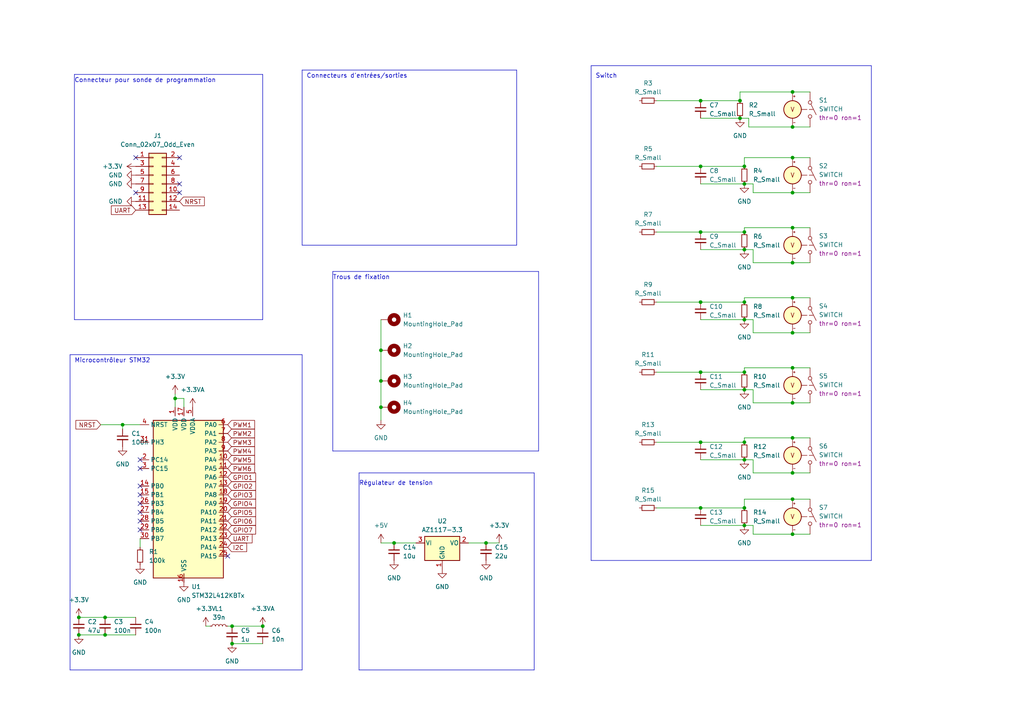
<source format=kicad_sch>
(kicad_sch (version 20230121) (generator eeschema)
  (paper "A4")
  (title_block (title "Projet Corps") (date "2024-03-07") (rev "1.0") (company "ENSEA"))
  (lib_symbols
    (symbol "Connector_Generic:Conn_02x07_Odd_Even" (pin_names (offset 1.016) hide)
      (property "Reference" "J" (at 1.27 10.16 0))
      (property "Value" "Conn_02x07_Odd_Even" (at 1.27 -10.16 0))
      (symbol "Conn_02x07_Odd_Even_1_1"
        (rectangle (start -1.27 -7.493) (end 0 -7.747) (stroke (width 0.1524)))
        (rectangle (start -1.27 -4.953) (end 0 -5.207) (stroke (width 0.1524)))
        (rectangle (start -1.27 -2.413) (end 0 -2.667) (stroke (width 0.1524)))
        (rectangle (start -1.27 0.127) (end 0 -0.127) (stroke (width 0.1524)))
        (rectangle (start -1.27 2.667) (end 0 2.413) (stroke (width 0.1524)))
        (rectangle (start -1.27 5.207) (end 0 4.953) (stroke (width 0.1524)))
        (rectangle (start -1.27 7.747) (end 0 7.493) (stroke (width 0.1524)))
        (rectangle (start -1.27 8.89) (end 3.81 -8.89) (stroke (width 0.254)) (fill (type background)))
        (rectangle (start 3.81 -7.493) (end 2.54 -7.747) (stroke (width 0.1524)))
        (rectangle (start 3.81 -4.953) (end 2.54 -5.207) (stroke (width 0.1524)))
        (rectangle (start 3.81 -2.413) (end 2.54 -2.667) (stroke (width 0.1524)))
        (rectangle (start 3.81 0.127) (end 2.54 -0.127) (stroke (width 0.1524)))
        (rectangle (start 3.81 2.667) (end 2.54 2.413) (stroke (width 0.1524)))
        (rectangle (start 3.81 5.207) (end 2.54 4.953) (stroke (width 0.1524)))
        (rectangle (start 3.81 7.747) (end 2.54 7.493) (stroke (width 0.1524)))
        (pin passive line (at -5.08 7.62 0) (length 3.81) (name "Pin_1") (number "1"))
        (pin passive line (at 7.62 -2.54 180) (length 3.81) (name "Pin_10") (number "10"))
        (pin passive line (at -5.08 -5.08 0) (length 3.81) (name "Pin_11") (number "11"))
        (pin passive line (at 7.62 -5.08 180) (length 3.81) (name "Pin_12") (number "12"))
        (pin passive line (at -5.08 -7.62 0) (length 3.81) (name "Pin_13") (number "13"))
        (pin passive line (at 7.62 -7.62 180) (length 3.81) (name "Pin_14") (number "14"))
        (pin passive line (at 7.62 7.62 180) (length 3.81) (name "Pin_2") (number "2"))
        (pin passive line (at -5.08 5.08 0) (length 3.81) (name "Pin_3") (number "3"))
        (pin passive line (at 7.62 5.08 180) (length 3.81) (name "Pin_4") (number "4"))
        (pin passive line (at -5.08 2.54 0) (length 3.81) (name "Pin_5") (number "5"))
        (pin passive line (at 7.62 2.54 180) (length 3.81) (name "Pin_6") (number "6"))
        (pin passive line (at -5.08 0 0) (length 3.81) (name "Pin_7") (number "7"))
        (pin passive line (at 7.62 0 180) (length 3.81) (name "Pin_8") (number "8"))
        (pin passive line (at -5.08 -2.54 0) (length 3.81) (name "Pin_9") (number "9"))
      )
    )
    (symbol "Device:C_Small" (pin_numbers hide) (pin_names (offset 0.254) hide)
      (property "Reference" "C" (at 0.254 1.778 0))
      (property "Value" "C_Small" (at 0.254 -2.032 0))
      (symbol "C_Small_0_1"
        (polyline (pts (xy -1.524 -0.508) (xy 1.524 -0.508)) (stroke (width 0.3302)))
        (polyline (pts (xy -1.524 0.508) (xy 1.524 0.508)) (stroke (width 0.3048)))
      )
      (symbol "C_Small_1_1"
        (pin passive line (at 0 2.54 270) (length 2.032) (name "~") (number "1"))
        (pin passive line (at 0 -2.54 90) (length 2.032) (name "~") (number "2"))
      )
    )
    (symbol "Device:L_Small" (pin_numbers hide) (pin_names (offset 0.254) hide)
      (property "Reference" "L" (at 0.762 1.016 0))
      (property "Value" "L_Small" (at 0.762 -1.016 0))
      (symbol "L_Small_0_1"
        (arc (start 0 -2.032) (mid 0.5058 -1.524) (end 0 -1.016))
        (arc (start 0 -1.016) (mid 0.5058 -0.508) (end 0 0))
        (arc (start 0 0) (mid 0.5058 0.508) (end 0 1.016))
        (arc (start 0 1.016) (mid 0.5058 1.524) (end 0 2.032))
      )
      (symbol "L_Small_1_1"
        (pin passive line (at 0 2.54 270) (length 0.508) (name "~") (number "1"))
        (pin passive line (at 0 -2.54 90) (length 0.508) (name "~") (number "2"))
      )
    )
    (symbol "Device:R_Small" (pin_numbers hide) (pin_names (offset 0.254) hide)
      (property "Reference" "R" (at 0.762 0.508 0))
      (property "Value" "R_Small" (at 0.762 -1.016 0))
      (symbol "R_Small_0_1"
        (rectangle (start -0.762 1.778) (end 0.762 -1.778) (stroke (width 0.2032)))
      )
      (symbol "R_Small_1_1"
        (pin passive line (at 0 2.54 270) (length 0.762) (name "~") (number "1"))
        (pin passive line (at 0 -2.54 90) (length 0.762) (name "~") (number "2"))
      )
    )
    (symbol "MCU_ST_STM32L4:STM32L412KBTx"
      (property "Reference" "U" (at -10.16 24.13 0))
      (property "Value" "STM32L412KBTx" (at 5.08 24.13 0))
      (symbol "STM32L412KBTx_0_1"
        (rectangle (start -8.89 21.59) (end 11.43 -24.13) (stroke (width 0.254)) (fill (type background)))
      )
      (symbol "STM32L412KBTx_1_1"
        (pin power_in line (at -2.54 25.4 270) (length 2.54) (name "VDD") (number "1"))
        (pin bidirectional line (at 12.7 10.16 180) (length 2.54) (name "PA4") (number "10"))
        (pin bidirectional line (at 12.7 7.62 180) (length 2.54) (name "PA5") (number "11"))
        (pin bidirectional line (at 12.7 5.08 180) (length 2.54) (name "PA6") (number "12"))
        (pin bidirectional line (at 12.7 2.54 180) (length 2.54) (name "PA7") (number "13"))
        (pin bidirectional line (at -12.7 2.54 0) (length 2.54) (name "PB0") (number "14"))
        (pin bidirectional line (at -12.7 0 0) (length 2.54) (name "PB1") (number "15"))
        (pin power_in line (at 0 -25.4 90) (length 2.54) (name "VSS") (number "16"))
        (pin power_in line (at 0 25.4 270) (length 2.54) (name "VDD") (number "17"))
        (pin bidirectional line (at 12.7 0 180) (length 2.54) (name "PA8") (number "18"))
        (pin bidirectional line (at 12.7 -2.54 180) (length 2.54) (name "PA9") (number "19"))
        (pin bidirectional line (at -12.7 10.16 0) (length 2.54) (name "PC14") (number "2"))
        (pin bidirectional line (at 12.7 -5.08 180) (length 2.54) (name "PA10") (number "20"))
        (pin bidirectional line (at 12.7 -7.62 180) (length 2.54) (name "PA11") (number "21"))
        (pin bidirectional line (at 12.7 -10.16 180) (length 2.54) (name "PA12") (number "22"))
        (pin bidirectional line (at 12.7 -12.7 180) (length 2.54) (name "PA13") (number "23"))
        (pin bidirectional line (at 12.7 -15.24 180) (length 2.54) (name "PA14") (number "24"))
        (pin bidirectional line (at 12.7 -17.78 180) (length 2.54) (name "PA15") (number "25"))
        (pin bidirectional line (at -12.7 -2.54 0) (length 2.54) (name "PB3") (number "26"))
        (pin bidirectional line (at -12.7 -5.08 0) (length 2.54) (name "PB4") (number "27"))
        (pin bidirectional line (at -12.7 -7.62 0) (length 2.54) (name "PB5") (number "28"))
        (pin bidirectional line (at -12.7 -10.16 0) (length 2.54) (name "PB6") (number "29"))
        (pin bidirectional line (at -12.7 7.62 0) (length 2.54) (name "PC15") (number "3"))
        (pin bidirectional line (at -12.7 -12.7 0) (length 2.54) (name "PB7") (number "30"))
        (pin bidirectional line (at -12.7 15.24 0) (length 2.54) (name "PH3") (number "31"))
        (pin passive line (at 0 -25.4 90) (length 2.54) hide (name "VSS") (number "32"))
        (pin input line (at -12.7 20.32 0) (length 2.54) (name "NRST") (number "4"))
        (pin power_in line (at 2.54 25.4 270) (length 2.54) (name "VDDA") (number "5"))
        (pin bidirectional line (at 12.7 20.32 180) (length 2.54) (name "PA0") (number "6"))
        (pin bidirectional line (at 12.7 17.78 180) (length 2.54) (name "PA1") (number "7"))
        (pin bidirectional line (at 12.7 15.24 180) (length 2.54) (name "PA2") (number "8"))
        (pin bidirectional line (at 12.7 12.7 180) (length 2.54) (name "PA3") (number "9"))
      )
    )
    (symbol "Mechanical:MountingHole_Pad" (pin_numbers hide) (pin_names (offset 1.016) hide)
      (property "Reference" "H" (at 0 6.35 0))
      (property "Value" "MountingHole_Pad" (at 0 4.445 0))
      (symbol "MountingHole_Pad_0_1"
        (circle (center 0 1.27) (radius 1.27) (stroke (width 1.27)))
      )
      (symbol "MountingHole_Pad_1_1"
        (pin input line (at 0 -2.54 90) (length 2.54) (name "1") (number "1"))
      )
    )
    (symbol "Regulator_Linear:AZ1117-3.3" (pin_names (offset 0.254))
      (property "Reference" "U" (at -3.81 3.175 0))
      (property "Value" "AZ1117-3.3" (at 0 3.175 0))
      (symbol "AZ1117-3.3_0_1"
        (rectangle (start -5.08 1.905) (end 5.08 -5.08) (stroke (width 0.254)) (fill (type background)))
      )
      (symbol "AZ1117-3.3_1_1"
        (pin power_in line (at 0 -7.62 90) (length 2.54) (name "GND") (number "1"))
        (pin power_out line (at 7.62 0 180) (length 2.54) (name "VO") (number "2"))
        (pin power_in line (at -7.62 0 0) (length 2.54) (name "VI") (number "3"))
      )
    )
    (symbol "Simulation_SPICE:SWITCH" (pin_numbers hide) (pin_names (offset 1.016) hide)
      (property "Reference" "S" (at 2.54 2.54 0))
      (property "Value" "SWITCH" (at 2.54 0 0))
      (property "Sim.Params" "thr=0 ron=1" (at 2.54 -2.54 0))
      (symbol "SWITCH_0_1"
        (circle (center 0 -2.032) (radius 0.508))
        (polyline (pts (xy 0.254 1.524) (xy 1.778 -1.524)))
        (circle (center 0 2.032) (radius 0.508))
      )
      (symbol "SWITCH_1_1"
        (circle (center -5.08 0) (radius 2.54) (stroke (width 0.254)) (fill (type background)))
        (polyline (pts (xy -4.826 -3.81) (xy -4.318 -3.81)))
        (polyline (pts (xy -4.826 3.81) (xy -4.318 3.81)))
        (polyline (pts (xy -4.572 4.064) (xy -4.572 3.556)))
        (polyline (pts (xy -2.54 0) (xy 0.889 0)) (stroke (width 0) (type dash)))
        (text "V" (at -5.08 0 0) (effects (font (size 1.27 1.27))))
        (pin passive line (at 0 5.08 270) (length 2.54) (name "N+") (number "1"))
        (pin passive line (at 0 -5.08 90) (length 2.54) (name "N-") (number "2"))
        (pin input line (at -5.08 5.08 270) (length 2.54) (name "C+") (number "3"))
        (pin input line (at -5.08 -5.08 90) (length 2.54) (name "C-") (number "4"))
      )
    )
    (symbol "power:+3.3V" (power) (pin_names (offset 0))
      (property "Value" "+3.3V" (at 0 3.556 0))
      (symbol "+3.3V_0_1"
        (polyline (pts (xy -0.762 1.27) (xy 0 2.54)))
        (polyline (pts (xy 0 0) (xy 0 2.54)))
        (polyline (pts (xy 0 2.54) (xy 0.762 1.27)))
      )
      (symbol "+3.3V_1_1"
        (pin power_in line (at 0 0 90) (length 0) hide (name "+3.3V") (number "1"))
      )
    )
    (symbol "power:+3.3VA" (power) (pin_names (offset 0))
      (property "Value" "+3.3VA" (at 0 3.556 0))
      (symbol "+3.3VA_0_1"
        (polyline (pts (xy -0.762 1.27) (xy 0 2.54)))
        (polyline (pts (xy 0 0) (xy 0 2.54)))
        (polyline (pts (xy 0 2.54) (xy 0.762 1.27)))
      )
      (symbol "+3.3VA_1_1"
        (pin power_in line (at 0 0 90) (length 0) hide (name "+3.3VA") (number "1"))
      )
    )
    (symbol "power:+5V" (power) (pin_names (offset 0))
      (property "Value" "+5V" (at 0 3.556 0))
      (symbol "+5V_0_1"
        (polyline (pts (xy -0.762 1.27) (xy 0 2.54)))
        (polyline (pts (xy 0 0) (xy 0 2.54)))
        (polyline (pts (xy 0 2.54) (xy 0.762 1.27)))
      )
      (symbol "+5V_1_1"
        (pin power_in line (at 0 0 90) (length 0) hide (name "+5V") (number "1"))
      )
    )
    (symbol "power:GND" (power) (pin_names (offset 0))
      (property "Value" "GND" (at 0 -3.81 0))
      (symbol "GND_0_1"
        (polyline (pts (xy 0 0) (xy 0 -1.27) (xy 1.27 -1.27) (xy 0 -2.54) (xy -1.27 -1.27) (xy 0 -1.27)))
      )
      (symbol "GND_1_1"
        (pin power_in line (at 0 0 270) (length 0) hide (name "GND") (number "1"))
      )
    )
  )
  (junction (at 215.9 152.4))
  (junction (at 203.2 107.95))
  (junction (at 215.9 107.95))
  (junction (at 114.3 157.48))
  (junction (at 229.87 26.67))
  (junction (at 229.87 66.04))
  (junction (at 215.9 128.27))
  (junction (at 203.2 48.26))
  (junction (at 215.9 67.31))
  (junction (at 215.9 72.39))
  (junction (at 110.49 110.49))
  (junction (at 67.31 181.61))
  (junction (at 229.87 127))
  (junction (at 203.2 128.27))
  (junction (at 22.86 179.07))
  (junction (at 215.9 92.71))
  (junction (at 215.9 133.35))
  (junction (at 203.2 147.32))
  (junction (at 215.9 48.26))
  (junction (at 67.31 186.69))
  (junction (at 229.87 96.52))
  (junction (at 214.63 29.21))
  (junction (at 76.2 181.61))
  (junction (at 214.63 34.29))
  (junction (at 229.87 106.68))
  (junction (at 229.87 45.72))
  (junction (at 215.9 53.34))
  (junction (at 229.87 55.88))
  (junction (at 229.87 36.83))
  (junction (at 140.97 157.48))
  (junction (at 229.87 76.2))
  (junction (at 30.48 179.07))
  (junction (at 35.56 123.19))
  (junction (at 110.49 101.6))
  (junction (at 215.9 113.03))
  (junction (at 50.8 115.57))
  (junction (at 229.87 154.94))
  (junction (at 22.86 184.15))
  (junction (at 203.2 29.21))
  (junction (at 215.9 87.63))
  (junction (at 203.2 67.31))
  (junction (at 30.48 184.15))
  (junction (at 229.87 116.84))
  (junction (at 215.9 147.32))
  (junction (at 229.87 137.16))
  (junction (at 229.87 86.36))
  (junction (at 229.87 144.78))
  (junction (at 110.49 118.11))
  (junction (at 203.2 87.63))
  (no_connect (at 40.64 151.13))
  (no_connect (at 40.64 153.67))
  (no_connect (at 40.64 135.89))
  (no_connect (at 40.64 133.35))
  (no_connect (at 39.37 55.88))
  (no_connect (at 52.07 45.72))
  (no_connect (at 52.07 53.34))
  (no_connect (at 52.07 55.88))
  (no_connect (at 40.64 143.51))
  (no_connect (at 40.64 146.05))
  (no_connect (at 66.04 161.29))
  (no_connect (at 40.64 148.59))
  (no_connect (at 40.64 140.97))
  (no_connect (at 39.37 45.72))
  (wire (pts (xy 215.9 86.36) (xy 215.9 87.63)))
  (wire (pts (xy 229.87 116.84) (xy 218.44 116.84)))
  (polyline (pts (xy 171.45 162.56) (xy 171.45 19.05)))
  (wire (pts (xy 229.87 45.72) (xy 234.95 45.72)))
  (wire (pts (xy 140.97 157.48) (xy 144.78 157.48)))
  (wire (pts (xy 229.87 26.67) (xy 214.63 26.67)))
  (wire (pts (xy 229.87 137.16) (xy 234.95 137.16)))
  (polyline (pts (xy 87.63 71.12) (xy 149.86 71.12)))
  (wire (pts (xy 215.9 106.68) (xy 215.9 107.95)))
  (wire (pts (xy 203.2 147.32) (xy 215.9 147.32)))
  (wire (pts (xy 53.34 115.57) (xy 53.34 118.11)))
  (polyline (pts (xy 171.45 19.05) (xy 252.73 19.05)))
  (wire (pts (xy 110.49 118.11) (xy 110.49 121.92)))
  (wire (pts (xy 229.87 144.78) (xy 215.9 144.78)))
  (wire (pts (xy 229.87 154.94) (xy 218.44 154.94)))
  (wire (pts (xy 217.17 36.83) (xy 217.17 34.29)))
  (polyline (pts (xy 149.86 20.32) (xy 87.63 20.32)))
  (wire (pts (xy 229.87 106.68) (xy 234.95 106.68)))
  (polyline (pts (xy 149.86 71.12) (xy 149.86 20.32)))
  (wire (pts (xy 30.48 184.15) (xy 39.37 184.15)))
  (polyline (pts (xy 154.94 194.31) (xy 154.94 137.16)))
  (wire (pts (xy 190.5 87.63) (xy 203.2 87.63)))
  (wire (pts (xy 218.44 55.88) (xy 218.44 53.34)))
  (wire (pts (xy 190.5 147.32) (xy 203.2 147.32)))
  (polyline (pts (xy 104.14 194.31) (xy 154.94 194.31)))
  (wire (pts (xy 40.64 156.21) (xy 40.64 158.75)))
  (wire (pts (xy 218.44 53.34) (xy 215.9 53.34)))
  (wire (pts (xy 229.87 76.2) (xy 234.95 76.2)))
  (wire (pts (xy 203.2 72.39) (xy 215.9 72.39)))
  (wire (pts (xy 22.86 184.15) (xy 30.48 184.15)))
  (wire (pts (xy 229.87 55.88) (xy 218.44 55.88)))
  (polyline (pts (xy 76.2 92.71) (xy 21.59 92.71)))
  (wire (pts (xy 229.87 127) (xy 215.9 127)))
  (wire (pts (xy 110.49 92.71) (xy 110.49 101.6)))
  (wire (pts (xy 218.44 92.71) (xy 215.9 92.71)))
  (wire (pts (xy 190.5 48.26) (xy 203.2 48.26)))
  (wire (pts (xy 35.56 123.19) (xy 35.56 124.46)))
  (wire (pts (xy 229.87 116.84) (xy 234.95 116.84)))
  (wire (pts (xy 229.87 45.72) (xy 215.9 45.72)))
  (polyline (pts (xy 154.94 137.16) (xy 104.14 137.16)))
  (wire (pts (xy 217.17 34.29) (xy 214.63 34.29)))
  (wire (pts (xy 229.87 96.52) (xy 218.44 96.52)))
  (wire (pts (xy 215.9 66.04) (xy 215.9 67.31)))
  (wire (pts (xy 218.44 152.4) (xy 215.9 152.4)))
  (wire (pts (xy 67.31 181.61) (xy 76.2 181.61)))
  (wire (pts (xy 203.2 67.31) (xy 215.9 67.31)))
  (wire (pts (xy 218.44 113.03) (xy 215.9 113.03)))
  (wire (pts (xy 229.87 137.16) (xy 218.44 137.16)))
  (wire (pts (xy 203.2 53.34) (xy 215.9 53.34)))
  (polyline (pts (xy 20.32 102.87) (xy 20.32 194.31)))
  (wire (pts (xy 229.87 76.2) (xy 218.44 76.2)))
  (wire (pts (xy 229.87 127) (xy 234.95 127)))
  (wire (pts (xy 229.87 66.04) (xy 234.95 66.04)))
  (wire (pts (xy 190.5 107.95) (xy 203.2 107.95)))
  (wire (pts (xy 110.49 157.48) (xy 114.3 157.48)))
  (wire (pts (xy 229.87 106.68) (xy 215.9 106.68)))
  (wire (pts (xy 190.5 128.27) (xy 203.2 128.27)))
  (polyline (pts (xy 20.32 194.31) (xy 87.63 194.31)))
  (polyline (pts (xy 21.59 21.59) (xy 76.2 21.59)))
  (wire (pts (xy 22.86 179.07) (xy 30.48 179.07)))
  (polyline (pts (xy 87.63 194.31) (xy 87.63 102.87)))
  (wire (pts (xy 50.8 115.57) (xy 53.34 115.57)))
  (polyline (pts (xy 96.52 78.74) (xy 156.21 78.74)))
  (polyline (pts (xy 21.59 21.59) (xy 21.59 92.71)))
  (wire (pts (xy 50.8 114.3) (xy 50.8 115.57)))
  (wire (pts (xy 59.69 181.61) (xy 60.96 181.61)))
  (wire (pts (xy 203.2 48.26) (xy 215.9 48.26)))
  (polyline (pts (xy 96.52 78.74) (xy 96.52 130.81)))
  (wire (pts (xy 229.87 36.83) (xy 217.17 36.83)))
  (wire (pts (xy 110.49 110.49) (xy 110.49 118.11)))
  (wire (pts (xy 203.2 92.71) (xy 215.9 92.71)))
  (wire (pts (xy 229.87 86.36) (xy 215.9 86.36)))
  (wire (pts (xy 203.2 107.95) (xy 215.9 107.95)))
  (wire (pts (xy 203.2 152.4) (xy 215.9 152.4)))
  (wire (pts (xy 66.04 181.61) (xy 67.31 181.61)))
  (polyline (pts (xy 252.73 162.56) (xy 171.45 162.56)))
  (wire (pts (xy 203.2 113.03) (xy 215.9 113.03)))
  (wire (pts (xy 229.87 55.88) (xy 234.95 55.88)))
  (wire (pts (xy 203.2 34.29) (xy 214.63 34.29)))
  (wire (pts (xy 229.87 86.36) (xy 234.95 86.36)))
  (wire (pts (xy 190.5 67.31) (xy 203.2 67.31)))
  (wire (pts (xy 67.31 186.69) (xy 76.2 186.69)))
  (wire (pts (xy 218.44 72.39) (xy 215.9 72.39)))
  (wire (pts (xy 110.49 101.6) (xy 110.49 110.49)))
  (wire (pts (xy 215.9 45.72) (xy 215.9 48.26)))
  (polyline (pts (xy 156.21 130.81) (xy 156.21 78.74)))
  (wire (pts (xy 229.87 144.78) (xy 234.95 144.78)))
  (wire (pts (xy 203.2 29.21) (xy 214.63 29.21)))
  (wire (pts (xy 29.21 123.19) (xy 35.56 123.19)))
  (polyline (pts (xy 104.14 137.16) (xy 104.14 194.31)))
  (wire (pts (xy 218.44 96.52) (xy 218.44 92.71)))
  (wire (pts (xy 214.63 26.67) (xy 214.63 29.21)))
  (wire (pts (xy 114.3 157.48) (xy 120.65 157.48)))
  (wire (pts (xy 218.44 133.35) (xy 215.9 133.35)))
  (wire (pts (xy 218.44 154.94) (xy 218.44 152.4)))
  (polyline (pts (xy 96.52 130.81) (xy 156.21 130.81)))
  (wire (pts (xy 229.87 26.67) (xy 234.95 26.67)))
  (wire (pts (xy 218.44 137.16) (xy 218.44 133.35)))
  (wire (pts (xy 203.2 133.35) (xy 215.9 133.35)))
  (polyline (pts (xy 87.63 20.32) (xy 87.63 71.12)))
  (wire (pts (xy 215.9 127) (xy 215.9 128.27)))
  (wire (pts (xy 35.56 123.19) (xy 40.64 123.19)))
  (wire (pts (xy 218.44 116.84) (xy 218.44 113.03)))
  (wire (pts (xy 30.48 179.07) (xy 39.37 179.07)))
  (wire (pts (xy 215.9 144.78) (xy 215.9 147.32)))
  (wire (pts (xy 135.89 157.48) (xy 140.97 157.48)))
  (wire (pts (xy 229.87 154.94) (xy 234.95 154.94)))
  (wire (pts (xy 229.87 36.83) (xy 234.95 36.83)))
  (wire (pts (xy 203.2 87.63) (xy 215.9 87.63)))
  (polyline (pts (xy 76.2 21.59) (xy 76.2 92.71)))
  (wire (pts (xy 229.87 96.52) (xy 234.95 96.52)))
  (wire (pts (xy 218.44 76.2) (xy 218.44 72.39)))
  (wire (pts (xy 229.87 66.04) (xy 215.9 66.04)))
  (polyline (pts (xy 252.73 19.05) (xy 252.73 162.56)))
  (polyline (pts (xy 20.32 102.87) (xy 87.63 102.87)))
  (wire (pts (xy 50.8 115.57) (xy 50.8 118.11)))
  (wire (pts (xy 203.2 128.27) (xy 215.9 128.27)))
  (wire (pts (xy 190.5 29.21) (xy 203.2 29.21)))
  (text "Microcontrôleur STM32" (at 21.59 105.41 0) (effects (font (size 1.27 1.27)) (justify left bottom)))
  (text "Connecteur pour sonde de programmation\n" (at 21.59 24.13 0) (effects (font (size 1.27 1.27)) (justify left bottom)))
  (text "Switch\n" (at 172.72 22.86 0) (effects (font (size 1.27 1.27)) (justify left bottom)))
  (text "Connecteurs d'entrées/sorties" (at 88.9 22.86 0) (effects (font (size 1.27 1.27)) (justify left bottom)))
  (text "Trous de fixation" (at 96.52 81.28 0) (effects (font (size 1.27 1.27)) (justify left bottom)))
  (text "Régulateur de tension\n" (at 104.14 140.97 0) (effects (font (size 1.27 1.27)) (justify left bottom)))
  (global_label "GPIO3" (shape input) (at 66.04 143.51 0) (property "Intersheetrefs" "${INTERSHEET_REFS}" (effects hide)))
  (global_label "UART" (shape input) (at 39.37 60.96 180) (property "Intersheetrefs" "${INTERSHEET_REFS}" (effects hide)))
  (global_label "UART" (shape input) (at 66.04 156.21 0) (property "Intersheetrefs" "${INTERSHEET_REFS}" (effects hide)))
  (global_label "PWM4" (shape input) (at 66.04 130.81 0) (property "Intersheetrefs" "${INTERSHEET_REFS}" (effects hide)))
  (global_label "PWM1" (shape input) (at 66.04 123.19 0) (property "Intersheetrefs" "${INTERSHEET_REFS}" (effects hide)))
  (global_label "GPIO5" (shape input) (at 66.04 148.59 0) (property "Intersheetrefs" "${INTERSHEET_REFS}" (effects hide)))
  (global_label "PWM2" (shape input) (at 66.04 125.73 0) (property "Intersheetrefs" "${INTERSHEET_REFS}" (effects hide)))
  (global_label "I2C" (shape input) (at 66.04 158.75 0) (property "Intersheetrefs" "${INTERSHEET_REFS}" (effects hide)))
  (global_label "GPIO7" (shape input) (at 66.04 153.67 0) (property "Intersheetrefs" "${INTERSHEET_REFS}" (effects hide)))
  (global_label "GPIO2" (shape input) (at 66.04 140.97 0) (property "Intersheetrefs" "${INTERSHEET_REFS}" (effects hide)))
  (global_label "NRST" (shape input) (at 29.21 123.19 180) (property "Intersheetrefs" "${INTERSHEET_REFS}" (effects hide)))
  (global_label "GPIO1" (shape input) (at 66.04 138.43 0) (property "Intersheetrefs" "${INTERSHEET_REFS}" (effects hide)))
  (global_label "GPIO4" (shape input) (at 66.04 146.05 0) (property "Intersheetrefs" "${INTERSHEET_REFS}" (effects hide)))
  (global_label "PWM3" (shape input) (at 66.04 128.27 0) (property "Intersheetrefs" "${INTERSHEET_REFS}" (effects hide)))
  (global_label "NRST" (shape input) (at 52.07 58.42 0) (property "Intersheetrefs" "${INTERSHEET_REFS}" (effects hide)))
  (global_label "PWM5" (shape input) (at 66.04 133.35 0) (property "Intersheetrefs" "${INTERSHEET_REFS}" (effects hide)))
  (global_label "GPIO6" (shape input) (at 66.04 151.13 0) (property "Intersheetrefs" "${INTERSHEET_REFS}" (effects hide)))
  (global_label "PWM6" (shape input) (at 66.04 135.89 0) (property "Intersheetrefs" "${INTERSHEET_REFS}" (effects hide)))
  (symbol (lib_id "Device:C_Small") (at 76.2 184.15 0) (unit 1)
    (property "Reference" "C6" (at 78.74 182.8863 0) (effects (justify left)))
    (property "Value" "10n" (at 78.74 185.4263 0) (effects (justify left)))
  )
  (symbol (lib_id "Device:R_Small") (at 187.96 87.63 270) (unit 1)
    (property "Reference" "R9" (at 187.96 82.55 90))
    (property "Value" "R_Small" (at 187.96 85.09 90))
  )
  (symbol (lib_id "power:GND") (at 214.63 34.29 0) (unit 1)
    (property "Reference" "#PWR012" (effects hide))
    (property "Value" "GND" (at 214.63 39.37 0))
  )
  (symbol (lib_id "Device:C_Small") (at 140.97 160.02 0) (unit 1)
    (property "Reference" "C15" (at 143.51 158.7563 0) (effects (justify left)))
    (property "Value" "22u" (at 143.51 161.2963 0) (effects (justify left)))
  )
  (symbol (lib_id "power:GND") (at 215.9 152.4 0) (unit 1)
    (property "Reference" "#PWR018" (effects hide))
    (property "Value" "GND" (at 215.9 157.48 0))
  )
  (symbol (lib_id "Device:R_Small") (at 214.63 31.75 0) (unit 1)
    (property "Reference" "R2" (at 217.17 30.48 0) (effects (justify left)))
    (property "Value" "R_Small" (at 217.17 33.02 0) (effects (justify left)))
  )
  (symbol (lib_id "power:+3.3VA") (at 55.88 118.11 0) (unit 1)
    (property "Reference" "#PWR03" (effects hide))
    (property "Value" "+3.3VA" (at 55.88 113.03 0))
  )
  (symbol (lib_id "Device:C_Small") (at 203.2 130.81 0) (unit 1)
    (property "Reference" "C12" (at 205.74 129.5463 0) (effects (justify left)))
    (property "Value" "C_Small" (at 205.74 132.0863 0) (effects (justify left)))
  )
  (symbol (lib_id "Mechanical:MountingHole_Pad") (at 113.03 92.71 270) (unit 1)
    (property "Reference" "H1" (at 116.84 91.44 90) (effects (justify left)))
    (property "Value" "MountingHole_Pad" (at 116.84 93.98 90) (effects (justify left)))
  )
  (symbol (lib_id "Device:C_Small") (at 67.31 184.15 0) (unit 1)
    (property "Reference" "C5" (at 69.85 182.8863 0) (effects (justify left)))
    (property "Value" "1u" (at 69.85 185.4263 0) (effects (justify left)))
  )
  (symbol (lib_id "Simulation_SPICE:SWITCH") (at 234.95 132.08 0) (unit 1)
    (property "Reference" "S6" (at 237.49 129.413 0) (effects (justify left)))
    (property "Value" "SWITCH" (at 237.49 131.953 0) (effects (justify left)))
    (property "Datasheet" "https://ngspice.sourceforge.io/docs/ngspice-html-manual/manual.xhtml#subsec_Switches" (effects hide))
    (property "Sim.Device" "SW" (effects hide))
    (property "Sim.Type" "V" (effects hide))
    (property "Sim.Params" "thr=0 ron=1" (at 237.49 134.493 0) (effects (justify left)))
    (property "Sim.Pins" "1=no+ 2=no- 3=ctrl+ 4=ctrl-" (effects hide))
  )
  (symbol (lib_id "Device:R_Small") (at 215.9 149.86 0) (unit 1)
    (property "Reference" "R14" (at 218.44 148.59 0) (effects (justify left)))
    (property "Value" "R_Small" (at 218.44 151.13 0) (effects (justify left)))
  )
  (symbol (lib_id "Device:R_Small") (at 215.9 130.81 0) (unit 1)
    (property "Reference" "R12" (at 218.44 129.54 0) (effects (justify left)))
    (property "Value" "R_Small" (at 218.44 132.08 0) (effects (justify left)))
  )
  (symbol (lib_id "Connector_Generic:Conn_02x07_Odd_Even") (at 44.45 53.34 0) (unit 1)
    (property "Reference" "J1" (at 45.72 39.37 0))
    (property "Value" "Conn_02x07_Odd_Even" (at 45.72 41.91 0))
  )
  (symbol (lib_id "power:GND") (at 39.37 58.42 270) (unit 1)
    (property "Reference" "#PWR021" (effects hide))
    (property "Value" "GND" (at 35.56 58.42 90) (effects (justify right)))
  )
  (symbol (lib_id "power:+3.3V") (at 59.69 181.61 0) (unit 1)
    (property "Reference" "#PWR06" (effects hide))
    (property "Value" "+3.3V" (at 59.69 176.53 0))
  )
  (symbol (lib_id "power:+3.3VA") (at 76.2 181.61 0) (unit 1)
    (property "Reference" "#PWR07" (effects hide))
    (property "Value" "+3.3VA" (at 76.2 176.53 0))
  )
  (symbol (lib_id "Device:L_Small") (at 63.5 181.61 90) (unit 1)
    (property "Reference" "L1" (at 63.5 176.53 90))
    (property "Value" "39n" (at 63.5 179.07 90))
  )
  (symbol (lib_id "Simulation_SPICE:SWITCH") (at 234.95 71.12 0) (unit 1)
    (property "Reference" "S3" (at 237.49 68.453 0) (effects (justify left)))
    (property "Value" "SWITCH" (at 237.49 70.993 0) (effects (justify left)))
    (property "Datasheet" "https://ngspice.sourceforge.io/docs/ngspice-html-manual/manual.xhtml#subsec_Switches" (effects hide))
    (property "Sim.Device" "SW" (effects hide))
    (property "Sim.Type" "V" (effects hide))
    (property "Sim.Params" "thr=0 ron=1" (at 237.49 73.533 0) (effects (justify left)))
    (property "Sim.Pins" "1=no+ 2=no- 3=ctrl+ 4=ctrl-" (effects hide))
  )
  (symbol (lib_id "power:+5V") (at 110.49 157.48 0) (unit 1)
    (property "Reference" "#PWR026" (effects hide))
    (property "Value" "+5V" (at 110.49 152.4 0))
  )
  (symbol (lib_id "power:GND") (at 114.3 162.56 0) (unit 1)
    (property "Reference" "#PWR025" (effects hide))
    (property "Value" "GND" (at 114.3 167.64 0))
  )
  (symbol (lib_id "power:GND") (at 53.34 168.91 0) (unit 1)
    (property "Reference" "#PWR01" (effects hide))
    (property "Value" "GND" (at 53.34 173.99 0))
  )
  (symbol (lib_id "Device:C_Small") (at 30.48 181.61 0) (unit 1)
    (property "Reference" "C3" (at 33.02 180.3463 0) (effects (justify left)))
    (property "Value" "100n" (at 33.02 182.8863 0) (effects (justify left)))
  )
  (symbol (lib_id "Device:C_Small") (at 203.2 50.8 0) (unit 1)
    (property "Reference" "C8" (at 205.74 49.5363 0) (effects (justify left)))
    (property "Value" "C_Small" (at 205.74 52.0763 0) (effects (justify left)))
  )
  (symbol (lib_id "power:GND") (at 67.31 186.69 0) (unit 1)
    (property "Reference" "#PWR08" (effects hide))
    (property "Value" "GND" (at 67.31 191.77 0))
  )
  (symbol (lib_id "Device:R_Small") (at 187.96 147.32 270) (unit 1)
    (property "Reference" "R15" (at 187.96 142.24 90))
    (property "Value" "R_Small" (at 187.96 144.78 90))
  )
  (symbol (lib_id "power:GND") (at 215.9 53.34 0) (unit 1)
    (property "Reference" "#PWR013" (effects hide))
    (property "Value" "GND" (at 215.9 58.42 0))
  )
  (symbol (lib_id "Device:C_Small") (at 203.2 69.85 0) (unit 1)
    (property "Reference" "C9" (at 205.74 68.5863 0) (effects (justify left)))
    (property "Value" "C_Small" (at 205.74 71.1263 0) (effects (justify left)))
  )
  (symbol (lib_id "Device:R_Small") (at 187.96 128.27 270) (unit 1)
    (property "Reference" "R13" (at 187.96 123.19 90))
    (property "Value" "R_Small" (at 187.96 125.73 90))
  )
  (symbol (lib_id "Device:C_Small") (at 203.2 90.17 0) (unit 1)
    (property "Reference" "C10" (at 205.74 88.9063 0) (effects (justify left)))
    (property "Value" "C_Small" (at 205.74 91.4463 0) (effects (justify left)))
  )
  (symbol (lib_id "Device:R_Small") (at 215.9 90.17 0) (unit 1)
    (property "Reference" "R8" (at 218.44 88.9 0) (effects (justify left)))
    (property "Value" "R_Small" (at 218.44 91.44 0) (effects (justify left)))
  )
  (symbol (lib_id "Device:C_Small") (at 203.2 110.49 0) (unit 1)
    (property "Reference" "C11" (at 205.74 109.2263 0) (effects (justify left)))
    (property "Value" "C_Small" (at 205.74 111.7663 0) (effects (justify left)))
  )
  (symbol (lib_id "power:GND") (at 215.9 72.39 0) (unit 1)
    (property "Reference" "#PWR014" (effects hide))
    (property "Value" "GND" (at 215.9 77.47 0))
  )
  (symbol (lib_id "power:+3.3V") (at 144.78 157.48 0) (unit 1)
    (property "Reference" "#PWR027" (effects hide))
    (property "Value" "+3.3V" (at 144.78 152.4 0))
  )
  (symbol (lib_id "Device:R_Small") (at 215.9 69.85 0) (unit 1)
    (property "Reference" "R6" (at 218.44 68.58 0) (effects (justify left)))
    (property "Value" "R_Small" (at 218.44 71.12 0) (effects (justify left)))
  )
  (symbol (lib_id "Device:C_Small") (at 203.2 31.75 0) (unit 1)
    (property "Reference" "C7" (at 205.74 30.4863 0) (effects (justify left)))
    (property "Value" "C_Small" (at 205.74 33.0263 0) (effects (justify left)))
  )
  (symbol (lib_id "power:+3.3V") (at 22.86 179.07 0) (unit 1)
    (property "Reference" "#PWR05" (effects hide))
    (property "Value" "+3.3V" (at 22.86 173.99 0))
  )
  (symbol (lib_id "power:GND") (at 39.37 50.8 270) (unit 1)
    (property "Reference" "#PWR020" (effects hide))
    (property "Value" "GND" (at 35.56 50.8 90) (effects (justify right)))
  )
  (symbol (lib_id "Simulation_SPICE:SWITCH") (at 234.95 31.75 0) (unit 1)
    (property "Reference" "S1" (at 237.49 29.083 0) (effects (justify left)))
    (property "Value" "SWITCH" (at 237.49 31.623 0) (effects (justify left)))
    (property "Datasheet" "https://ngspice.sourceforge.io/docs/ngspice-html-manual/manual.xhtml#subsec_Switches" (effects hide))
    (property "Sim.Device" "SW" (effects hide))
    (property "Sim.Type" "V" (effects hide))
    (property "Sim.Params" "thr=0 ron=1" (at 237.49 34.163 0) (effects (justify left)))
    (property "Sim.Pins" "1=no+ 2=no- 3=ctrl+ 4=ctrl-" (effects hide))
  )
  (symbol (lib_id "power:GND") (at 110.49 121.92 0) (unit 1)
    (property "Reference" "#PWR011" (effects hide))
    (property "Value" "GND" (at 110.49 127 0))
  )
  (symbol (lib_id "Device:R_Small") (at 215.9 110.49 0) (unit 1)
    (property "Reference" "R10" (at 218.44 109.22 0) (effects (justify left)))
    (property "Value" "R_Small" (at 218.44 111.76 0) (effects (justify left)))
  )
  (symbol (lib_id "Mechanical:MountingHole_Pad") (at 113.03 101.6 270) (unit 1)
    (property "Reference" "H2" (at 116.84 100.33 90) (effects (justify left)))
    (property "Value" "MountingHole_Pad" (at 116.84 102.87 90) (effects (justify left)))
  )
  (symbol (lib_id "Simulation_SPICE:SWITCH") (at 234.95 50.8 0) (unit 1)
    (property "Reference" "S2" (at 237.49 48.133 0) (effects (justify left)))
    (property "Value" "SWITCH" (at 237.49 50.673 0) (effects (justify left)))
    (property "Datasheet" "https://ngspice.sourceforge.io/docs/ngspice-html-manual/manual.xhtml#subsec_Switches" (effects hide))
    (property "Sim.Device" "SW" (effects hide))
    (property "Sim.Type" "V" (effects hide))
    (property "Sim.Params" "thr=0 ron=1" (at 237.49 53.213 0) (effects (justify left)))
    (property "Sim.Pins" "1=no+ 2=no- 3=ctrl+ 4=ctrl-" (effects hide))
  )
  (symbol (lib_id "Simulation_SPICE:SWITCH") (at 234.95 149.86 0) (unit 1)
    (property "Reference" "S7" (at 237.49 147.193 0) (effects (justify left)))
    (property "Value" "SWITCH" (at 237.49 149.733 0) (effects (justify left)))
    (property "Datasheet" "https://ngspice.sourceforge.io/docs/ngspice-html-manual/manual.xhtml#subsec_Switches" (effects hide))
    (property "Sim.Device" "SW" (effects hide))
    (property "Sim.Type" "V" (effects hide))
    (property "Sim.Params" "thr=0 ron=1" (at 237.49 152.273 0) (effects (justify left)))
    (property "Sim.Pins" "1=no+ 2=no- 3=ctrl+ 4=ctrl-" (effects hide))
  )
  (symbol (lib_id "Mechanical:MountingHole_Pad") (at 113.03 118.11 270) (unit 1)
    (property "Reference" "H4" (at 116.84 116.84 90) (effects (justify left)))
    (property "Value" "MountingHole_Pad" (at 116.84 119.38 90) (effects (justify left)))
  )
  (symbol (lib_id "power:GND") (at 140.97 162.56 0) (unit 1)
    (property "Reference" "#PWR024" (effects hide))
    (property "Value" "GND" (at 140.97 167.64 0))
  )
  (symbol (lib_id "Device:R_Small") (at 187.96 67.31 270) (unit 1)
    (property "Reference" "R7" (at 187.96 62.23 90))
    (property "Value" "R_Small" (at 187.96 64.77 90))
  )
  (symbol (lib_id "Device:C_Small") (at 114.3 160.02 0) (unit 1)
    (property "Reference" "C14" (at 116.84 158.7563 0) (effects (justify left)))
    (property "Value" "10u" (at 116.84 161.2963 0) (effects (justify left)))
  )
  (symbol (lib_id "power:GND") (at 128.27 165.1 0) (unit 1)
    (property "Reference" "#PWR023" (effects hide))
    (property "Value" "GND" (at 128.27 170.18 0))
  )
  (symbol (lib_id "Device:R_Small") (at 187.96 29.21 270) (unit 1)
    (property "Reference" "R3" (at 187.96 24.13 90))
    (property "Value" "R_Small" (at 187.96 26.67 90))
  )
  (symbol (lib_id "power:GND") (at 215.9 133.35 0) (unit 1)
    (property "Reference" "#PWR017" (effects hide))
    (property "Value" "GND" (at 215.9 138.43 0))
  )
  (symbol (lib_id "Simulation_SPICE:SWITCH") (at 234.95 111.76 0) (unit 1)
    (property "Reference" "S5" (at 237.49 109.093 0) (effects (justify left)))
    (property "Value" "SWITCH" (at 237.49 111.633 0) (effects (justify left)))
    (property "Datasheet" "https://ngspice.sourceforge.io/docs/ngspice-html-manual/manual.xhtml#subsec_Switches" (effects hide))
    (property "Sim.Device" "SW" (effects hide))
    (property "Sim.Type" "V" (effects hide))
    (property "Sim.Params" "thr=0 ron=1" (at 237.49 114.173 0) (effects (justify left)))
    (property "Sim.Pins" "1=no+ 2=no- 3=ctrl+ 4=ctrl-" (effects hide))
  )
  (symbol (lib_id "power:+3.3V") (at 50.8 114.3 0) (unit 1)
    (property "Reference" "#PWR02" (effects hide))
    (property "Value" "+3.3V" (at 50.8 109.22 0))
  )
  (symbol (lib_id "MCU_ST_STM32L4:STM32L412KBTx") (at 53.34 143.51 0) (unit 1)
    (property "Reference" "U1" (at 55.5341 170.18 0) (effects (justify left)))
    (property "Value" "STM32L412KBTx" (at 55.5341 172.72 0) (effects (justify left)))
    (property "Footprint" "Package_QFP:LQFP-32_7x7mm_P0.8mm" (effects hide))
    (property "Datasheet" "https://www.st.com/resource/en/datasheet/stm32l412kb.pdf" (effects hide))
  )
  (symbol (lib_id "Device:C_Small") (at 203.2 149.86 0) (unit 1)
    (property "Reference" "C13" (at 205.74 148.5963 0) (effects (justify left)))
    (property "Value" "C_Small" (at 205.74 151.1363 0) (effects (justify left)))
  )
  (symbol (lib_id "Device:C_Small") (at 35.56 127 0) (unit 1)
    (property "Reference" "C1" (at 38.1 125.7363 0) (effects (justify left)))
    (property "Value" "100n" (at 38.1 128.2763 0) (effects (justify left)))
  )
  (symbol (lib_id "Device:R_Small") (at 187.96 107.95 270) (unit 1)
    (property "Reference" "R11" (at 187.96 102.87 90))
    (property "Value" "R_Small" (at 187.96 105.41 90))
  )
  (symbol (lib_id "Regulator_Linear:AZ1117-3.3") (at 128.27 157.48 0) (unit 1)
    (property "Reference" "U2" (at 128.27 151.13 0))
    (property "Value" "AZ1117-3.3" (at 128.27 153.67 0))
    (property "Datasheet" "https://www.diodes.com/assets/Datasheets/AZ1117.pdf" (effects hide))
  )
  (symbol (lib_id "Device:R_Small") (at 187.96 48.26 270) (unit 1)
    (property "Reference" "R5" (at 187.96 43.18 90))
    (property "Value" "R_Small" (at 187.96 45.72 90))
  )
  (symbol (lib_id "power:GND") (at 215.9 92.71 0) (unit 1)
    (property "Reference" "#PWR015" (effects hide))
    (property "Value" "GND" (at 215.9 97.79 0))
  )
  (symbol (lib_id "power:GND") (at 215.9 113.03 0) (unit 1)
    (property "Reference" "#PWR016" (effects hide))
    (property "Value" "GND" (at 215.9 118.11 0))
  )
  (symbol (lib_id "Device:C_Small") (at 39.37 181.61 0) (unit 1)
    (property "Reference" "C4" (at 41.91 180.3463 0) (effects (justify left)))
    (property "Value" "100n" (at 41.91 182.8863 0) (effects (justify left)))
  )
  (symbol (lib_id "power:GND") (at 39.37 53.34 270) (unit 1)
    (property "Reference" "#PWR019" (effects hide))
    (property "Value" "GND" (at 35.56 53.34 90) (effects (justify right)))
  )
  (symbol (lib_id "Device:C_Small") (at 22.86 181.61 0) (unit 1)
    (property "Reference" "C2" (at 25.4 180.3463 0) (effects (justify left)))
    (property "Value" "47u" (at 25.4 182.8863 0) (effects (justify left)))
  )
  (symbol (lib_id "power:+3.3V") (at 39.37 48.26 90) (unit 1)
    (property "Reference" "#PWR022" (effects hide))
    (property "Value" "+3.3V" (at 35.56 48.26 90) (effects (justify left)))
  )
  (symbol (lib_id "power:GND") (at 22.86 184.15 0) (unit 1)
    (property "Reference" "#PWR09" (effects hide))
    (property "Value" "GND" (at 22.86 189.23 0))
  )
  (symbol (lib_id "power:GND") (at 35.56 129.54 0) (unit 1)
    (property "Reference" "#PWR04" (effects hide))
    (property "Value" "GND" (at 35.56 134.62 0))
  )
  (symbol (lib_id "Device:R_Small") (at 215.9 50.8 0) (unit 1)
    (property "Reference" "R4" (at 218.44 49.53 0) (effects (justify left)))
    (property "Value" "R_Small" (at 218.44 52.07 0) (effects (justify left)))
  )
  (symbol (lib_id "Simulation_SPICE:SWITCH") (at 234.95 91.44 0) (unit 1)
    (property "Reference" "S4" (at 237.49 88.773 0) (effects (justify left)))
    (property "Value" "SWITCH" (at 237.49 91.313 0) (effects (justify left)))
    (property "Datasheet" "https://ngspice.sourceforge.io/docs/ngspice-html-manual/manual.xhtml#subsec_Switches" (effects hide))
    (property "Sim.Device" "SW" (effects hide))
    (property "Sim.Type" "V" (effects hide))
    (property "Sim.Params" "thr=0 ron=1" (at 237.49 93.853 0) (effects (justify left)))
    (property "Sim.Pins" "1=no+ 2=no- 3=ctrl+ 4=ctrl-" (effects hide))
  )
  (symbol (lib_id "power:GND") (at 40.64 163.83 0) (unit 1)
    (property "Reference" "#PWR010" (effects hide))
    (property "Value" "GND" (at 40.64 168.91 0))
  )
  (symbol (lib_id "Mechanical:MountingHole_Pad") (at 113.03 110.49 270) (unit 1)
    (property "Reference" "H3" (at 116.84 109.22 90) (effects (justify left)))
    (property "Value" "MountingHole_Pad" (at 116.84 111.76 90) (effects (justify left)))
  )
  (symbol (lib_id "Device:R_Small") (at 40.64 161.29 0) (unit 1)
    (property "Reference" "R1" (at 43.18 160.02 0) (effects (justify left)))
    (property "Value" "100k" (at 43.18 162.56 0) (effects (justify left)))
  )
)
</source>
